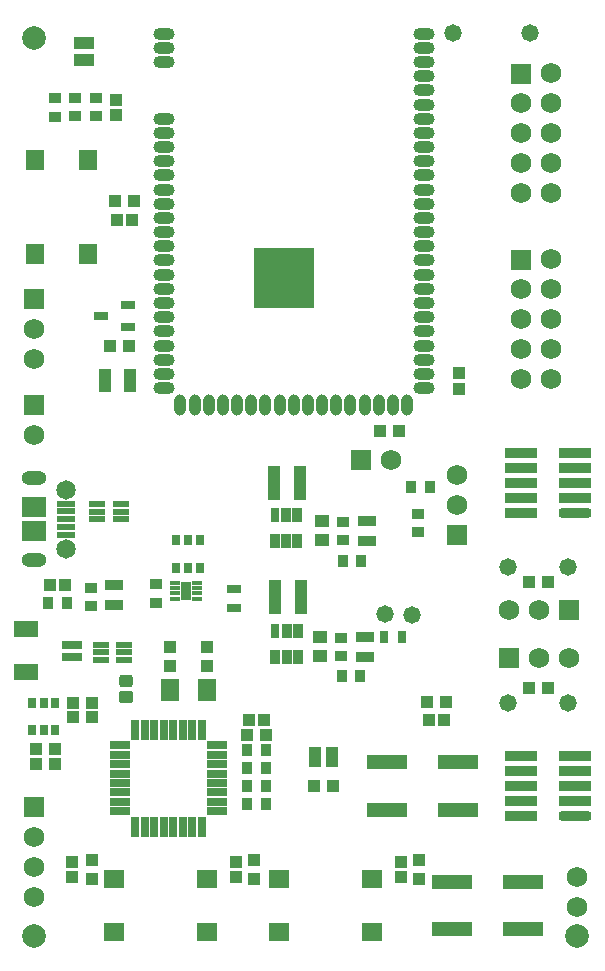
<source format=gts>
G04*
G04 #@! TF.GenerationSoftware,Altium Limited,Altium Designer,20.1.14 (287)*
G04*
G04 Layer_Color=8388736*
%FSLAX44Y44*%
%MOMM*%
G71*
G04*
G04 #@! TF.SameCoordinates,978DA6D5-38BD-4FD5-9912-D6258095FBE2*
G04*
G04*
G04 #@! TF.FilePolarity,Negative*
G04*
G01*
G75*
%ADD58R,1.5032X0.9032*%
%ADD59R,1.5494X0.6096*%
%ADD60R,2.1082X1.7018*%
%ADD61C,2.0000*%
%ADD62R,2.7432X0.8382*%
G04:AMPARAMS|DCode=63|XSize=2.7432mm|YSize=0.8382mm|CornerRadius=0.2604mm|HoleSize=0mm|Usage=FLASHONLY|Rotation=180.000|XOffset=0mm|YOffset=0mm|HoleType=Round|Shape=RoundedRectangle|*
%AMROUNDEDRECTD63*
21,1,2.7432,0.3175,0,0,180.0*
21,1,2.2225,0.8382,0,0,180.0*
1,1,0.5207,-1.1113,0.1588*
1,1,0.5207,1.1113,0.1588*
1,1,0.5207,1.1113,-0.1588*
1,1,0.5207,-1.1113,-0.1588*
%
%ADD63ROUNDEDRECTD63*%
%ADD64R,1.7526X1.4986*%
G04:AMPARAMS|DCode=65|XSize=1.8032mm|YSize=1.0032mm|CornerRadius=0.5016mm|HoleSize=0mm|Usage=FLASHONLY|Rotation=0.000|XOffset=0mm|YOffset=0mm|HoleType=Round|Shape=RoundedRectangle|*
%AMROUNDEDRECTD65*
21,1,1.8032,0.0000,0,0,0.0*
21,1,0.8000,1.0032,0,0,0.0*
1,1,1.0032,0.4000,0.0000*
1,1,1.0032,-0.4000,0.0000*
1,1,1.0032,-0.4000,0.0000*
1,1,1.0032,0.4000,0.0000*
%
%ADD65ROUNDEDRECTD65*%
G04:AMPARAMS|DCode=66|XSize=1.0032mm|YSize=1.8032mm|CornerRadius=0.5016mm|HoleSize=0mm|Usage=FLASHONLY|Rotation=0.000|XOffset=0mm|YOffset=0mm|HoleType=Round|Shape=RoundedRectangle|*
%AMROUNDEDRECTD66*
21,1,1.0032,0.8000,0,0,0.0*
21,1,0.0000,1.8032,0,0,0.0*
1,1,1.0032,0.0000,-0.4000*
1,1,1.0032,0.0000,-0.4000*
1,1,1.0032,0.0000,0.4000*
1,1,1.0032,0.0000,0.4000*
%
%ADD66ROUNDEDRECTD66*%
%ADD67R,5.2032X5.2032*%
%ADD68R,1.0160X1.1176*%
%ADD69R,1.1176X1.0160*%
%ADD70R,1.1032X1.0032*%
%ADD71R,1.1684X1.0668*%
%ADD72R,1.1532X0.7532*%
%ADD73R,0.8532X1.0532*%
%ADD74R,1.0032X1.0032*%
%ADD75R,1.0532X0.8532*%
G04:AMPARAMS|DCode=76|XSize=1.1532mm|YSize=1.0032mm|CornerRadius=0.1816mm|HoleSize=0mm|Usage=FLASHONLY|Rotation=0.000|XOffset=0mm|YOffset=0mm|HoleType=Round|Shape=RoundedRectangle|*
%AMROUNDEDRECTD76*
21,1,1.1532,0.6400,0,0,0.0*
21,1,0.7900,1.0032,0,0,0.0*
1,1,0.3632,0.3950,-0.3200*
1,1,0.3632,-0.3950,-0.3200*
1,1,0.3632,-0.3950,0.3200*
1,1,0.3632,0.3950,0.3200*
%
%ADD76ROUNDEDRECTD76*%
G04:AMPARAMS|DCode=77|XSize=1.1532mm|YSize=1.0032mm|CornerRadius=0.2016mm|HoleSize=0mm|Usage=FLASHONLY|Rotation=0.000|XOffset=0mm|YOffset=0mm|HoleType=Round|Shape=RoundedRectangle|*
%AMROUNDEDRECTD77*
21,1,1.1532,0.6000,0,0,0.0*
21,1,0.7500,1.0032,0,0,0.0*
1,1,0.4032,0.3750,-0.3000*
1,1,0.4032,-0.3750,-0.3000*
1,1,0.4032,-0.3750,0.3000*
1,1,0.4032,0.3750,0.3000*
%
%ADD77ROUNDEDRECTD77*%
%ADD78R,1.7532X0.8032*%
%ADD79R,2.0032X1.4032*%
%ADD80R,1.0032X2.9032*%
%ADD81R,1.2700X0.7620*%
%ADD82R,0.7112X0.9022*%
%ADD83R,1.3716X0.5588*%
%ADD84R,0.9652X1.0160*%
%ADD85R,1.0032X1.0032*%
%ADD86R,1.0160X0.9652*%
%ADD87R,0.6532X1.0532*%
%ADD88R,3.4032X1.2032*%
%ADD89R,1.4986X1.7526*%
%ADD90C,1.4732*%
%ADD91R,1.6764X0.7112*%
%ADD92R,0.7112X1.6764*%
%ADD93R,0.8532X1.2632*%
%ADD94R,0.8032X1.2632*%
%ADD95R,0.8432X1.5732*%
%ADD96R,0.9032X0.4532*%
%ADD97R,1.5240X1.9050*%
%ADD98R,1.0532X0.6532*%
%ADD99C,1.6532*%
%ADD100O,2.1082X1.1942*%
%ADD101R,1.7272X1.7272*%
%ADD102C,1.7272*%
%ADD103R,1.7272X1.7272*%
G36*
X54587Y347985D02*
X54338Y349875D01*
X53608Y351636D01*
X52448Y353148D01*
X50936Y354308D01*
X49175Y355038D01*
X47285Y355286D01*
X45395Y355038D01*
X43634Y354308D01*
X42122Y353148D01*
X40962Y351636D01*
X40232Y349875D01*
X39983Y347985D01*
D01*
X40232Y346095D01*
X40962Y344334D01*
X42122Y342822D01*
X43634Y341662D01*
X45395Y340932D01*
X47285Y340684D01*
X49175Y340932D01*
X50936Y341662D01*
X52448Y342822D01*
X53608Y344334D01*
X54338Y346095D01*
X54587Y347985D01*
D01*
D02*
G37*
G36*
Y397985D02*
X54338Y399875D01*
X53608Y401636D01*
X52448Y403148D01*
X50936Y404308D01*
X49175Y405038D01*
X47285Y405286D01*
X45395Y405038D01*
X43634Y404308D01*
X42122Y403148D01*
X40962Y401636D01*
X40232Y399875D01*
X39983Y397985D01*
D01*
X40232Y396095D01*
X40962Y394334D01*
X42122Y392822D01*
X43634Y391662D01*
X45395Y390932D01*
X47285Y390684D01*
X49175Y390932D01*
X50936Y391662D01*
X52448Y392822D01*
X53608Y394334D01*
X54338Y396095D01*
X54587Y397985D01*
D01*
D02*
G37*
D58*
X88000Y317500D02*
D03*
Y300500D02*
D03*
X301720Y354720D02*
D03*
Y371720D02*
D03*
X299790Y256430D02*
D03*
Y273430D02*
D03*
D59*
X47035Y385985D02*
D03*
Y379485D02*
D03*
Y372985D02*
D03*
Y366485D02*
D03*
Y359985D02*
D03*
D60*
X20285Y382985D02*
D03*
Y362985D02*
D03*
D61*
X20000Y20000D02*
D03*
X480000D02*
D03*
X20000Y780000D02*
D03*
D62*
X431800Y172720D02*
D03*
X477520D02*
D03*
X431800Y160020D02*
D03*
X477520D02*
D03*
X431800Y147320D02*
D03*
X477520D02*
D03*
X431800Y134620D02*
D03*
X477520D02*
D03*
X431800Y121920D02*
D03*
X431800Y378460D02*
D03*
X477520Y391160D02*
D03*
X431800D02*
D03*
X477520Y403860D02*
D03*
X431800D02*
D03*
X477520Y416560D02*
D03*
X431800D02*
D03*
X477520Y429260D02*
D03*
X431800D02*
D03*
D63*
X477520Y121920D02*
D03*
X477520Y378460D02*
D03*
D64*
X166750Y23220D02*
D03*
Y68220D02*
D03*
X87250D02*
D03*
Y23220D02*
D03*
X226950D02*
D03*
Y68220D02*
D03*
X306450D02*
D03*
Y23220D02*
D03*
D65*
X129840Y784000D02*
D03*
Y772000D02*
D03*
Y760000D02*
D03*
X349840Y484000D02*
D03*
Y496000D02*
D03*
Y520000D02*
D03*
Y544000D02*
D03*
Y580000D02*
D03*
Y604000D02*
D03*
Y640000D02*
D03*
Y664000D02*
D03*
Y688000D02*
D03*
Y700000D02*
D03*
Y724000D02*
D03*
Y748000D02*
D03*
Y760000D02*
D03*
Y784000D02*
D03*
Y508000D02*
D03*
Y532000D02*
D03*
Y592000D02*
D03*
Y568000D02*
D03*
Y556000D02*
D03*
Y616000D02*
D03*
Y676000D02*
D03*
Y628000D02*
D03*
Y652000D02*
D03*
Y712000D02*
D03*
Y736000D02*
D03*
Y772000D02*
D03*
X129840Y484000D02*
D03*
Y496000D02*
D03*
Y520000D02*
D03*
Y544000D02*
D03*
Y580000D02*
D03*
Y604000D02*
D03*
Y640000D02*
D03*
Y664000D02*
D03*
Y688000D02*
D03*
Y700000D02*
D03*
Y532000D02*
D03*
Y508000D02*
D03*
Y616000D02*
D03*
Y556000D02*
D03*
Y568000D02*
D03*
Y592000D02*
D03*
Y652000D02*
D03*
Y628000D02*
D03*
Y676000D02*
D03*
Y712000D02*
D03*
D66*
X143840Y470000D02*
D03*
X155840D02*
D03*
X179840D02*
D03*
X203840D02*
D03*
X239840D02*
D03*
X263840D02*
D03*
X299840D02*
D03*
X323840D02*
D03*
X191840D02*
D03*
X167840D02*
D03*
X227840D02*
D03*
X215840D02*
D03*
X251840D02*
D03*
X275840D02*
D03*
X335840D02*
D03*
X311840D02*
D03*
X287840D02*
D03*
D67*
X231840Y577000D02*
D03*
D68*
X46180Y317500D02*
D03*
X33226D02*
D03*
X354013Y203090D02*
D03*
X366967D02*
D03*
X89894Y626512D02*
D03*
X102848D02*
D03*
X201803Y203200D02*
D03*
X214757D02*
D03*
D69*
X89640Y728194D02*
D03*
Y715240D02*
D03*
X380000Y483523D02*
D03*
Y496477D02*
D03*
X330200Y82677D02*
D03*
Y69723D02*
D03*
X190500Y82677D02*
D03*
Y69723D02*
D03*
X52007Y69706D02*
D03*
Y82660D02*
D03*
D70*
X166186Y264612D02*
D03*
Y248612D02*
D03*
X135122Y264838D02*
D03*
Y248838D02*
D03*
D71*
X262290Y272931D02*
D03*
Y256929D02*
D03*
X263620Y371221D02*
D03*
Y355219D02*
D03*
D72*
X189000Y314000D02*
D03*
Y298000D02*
D03*
D73*
X57750Y761750D02*
D03*
Y776250D02*
D03*
X66250D02*
D03*
Y761750D02*
D03*
D74*
X256750Y147000D02*
D03*
X273250D02*
D03*
X345440Y68200D02*
D03*
Y84200D02*
D03*
X205740Y68200D02*
D03*
Y84200D02*
D03*
X68580Y84200D02*
D03*
Y68200D02*
D03*
D75*
X257750Y176250D02*
D03*
X272250D02*
D03*
Y167750D02*
D03*
X257750D02*
D03*
D76*
X98000Y222250D02*
D03*
D77*
Y235750D02*
D03*
D78*
X52070Y266620D02*
D03*
Y256620D02*
D03*
D79*
X13320Y279620D02*
D03*
Y243620D02*
D03*
D80*
X224000Y307000D02*
D03*
X246000D02*
D03*
X223000Y404000D02*
D03*
X245000D02*
D03*
D81*
X76570Y545000D02*
D03*
X99430Y554525D02*
D03*
Y535475D02*
D03*
D82*
X17840Y194110D02*
D03*
Y217370D02*
D03*
X38040D02*
D03*
Y194110D02*
D03*
X27940D02*
D03*
Y217370D02*
D03*
X150380Y355220D02*
D03*
Y331960D02*
D03*
X160480D02*
D03*
Y355220D02*
D03*
X140280D02*
D03*
Y331960D02*
D03*
D83*
X73614Y385950D02*
D03*
Y379450D02*
D03*
Y372950D02*
D03*
X93172D02*
D03*
Y379450D02*
D03*
Y385950D02*
D03*
X95849Y266720D02*
D03*
Y260220D02*
D03*
Y253720D02*
D03*
X76291D02*
D03*
Y260220D02*
D03*
Y266720D02*
D03*
D84*
X47620Y302087D02*
D03*
X32126D02*
D03*
X354747Y400000D02*
D03*
X339253D02*
D03*
X200533Y132080D02*
D03*
X216027D02*
D03*
Y147320D02*
D03*
X200533D02*
D03*
X216027Y162560D02*
D03*
X200533D02*
D03*
X200406Y177800D02*
D03*
X215900D02*
D03*
X280253Y240000D02*
D03*
X295747D02*
D03*
X281146Y337820D02*
D03*
X296640D02*
D03*
D85*
X368490Y218090D02*
D03*
X352490D02*
D03*
X439099Y319751D02*
D03*
X455099D02*
D03*
X104371Y642362D02*
D03*
X88371D02*
D03*
X313000Y448000D02*
D03*
X329000D02*
D03*
X84000Y520000D02*
D03*
X100000D02*
D03*
X200280Y190500D02*
D03*
X216280D02*
D03*
X38000Y178000D02*
D03*
X22000D02*
D03*
X68960Y217306D02*
D03*
X52960D02*
D03*
Y205059D02*
D03*
X68960D02*
D03*
X38000Y165924D02*
D03*
X22000D02*
D03*
X439099Y229755D02*
D03*
X455099D02*
D03*
D86*
X72196Y729464D02*
D03*
Y713970D02*
D03*
X37350Y713666D02*
D03*
Y729160D02*
D03*
X54756Y729464D02*
D03*
Y713970D02*
D03*
X279790Y272677D02*
D03*
Y257183D02*
D03*
X123000Y302253D02*
D03*
Y317747D02*
D03*
X345000Y362253D02*
D03*
Y377747D02*
D03*
X281400Y370967D02*
D03*
Y355473D02*
D03*
X68040Y315087D02*
D03*
Y299593D02*
D03*
D87*
X331505Y273185D02*
D03*
X316505D02*
D03*
D88*
X379000Y167000D02*
D03*
Y127000D02*
D03*
X319000D02*
D03*
Y167000D02*
D03*
X373860Y25720D02*
D03*
Y65720D02*
D03*
X433860D02*
D03*
Y25720D02*
D03*
D89*
X65500Y676750D02*
D03*
X20500D02*
D03*
Y597250D02*
D03*
X65500D02*
D03*
D90*
X375000Y785000D02*
D03*
X440000D02*
D03*
X317000Y293000D02*
D03*
X472240Y332831D02*
D03*
X420925D02*
D03*
X340000Y292000D02*
D03*
X420950Y216960D02*
D03*
X472258D02*
D03*
D91*
X174958Y181550D02*
D03*
Y173550D02*
D03*
Y165550D02*
D03*
Y157550D02*
D03*
Y149550D02*
D03*
Y141550D02*
D03*
Y133550D02*
D03*
Y125550D02*
D03*
X92662D02*
D03*
Y133550D02*
D03*
Y141550D02*
D03*
Y149550D02*
D03*
Y157550D02*
D03*
Y165550D02*
D03*
Y173550D02*
D03*
Y181550D02*
D03*
D92*
X161810Y112402D02*
D03*
X153810D02*
D03*
X145810D02*
D03*
X137810D02*
D03*
X129810D02*
D03*
X121810D02*
D03*
X113810D02*
D03*
X105810D02*
D03*
Y194698D02*
D03*
X113810D02*
D03*
X121810D02*
D03*
X129810D02*
D03*
X137810D02*
D03*
X145810D02*
D03*
X153810D02*
D03*
X161810D02*
D03*
D93*
X224180Y256540D02*
D03*
X243180D02*
D03*
Y278540D02*
D03*
X233680D02*
D03*
Y256540D02*
D03*
X223640Y354760D02*
D03*
X242640D02*
D03*
Y376760D02*
D03*
X233140D02*
D03*
Y354760D02*
D03*
D94*
X224180Y278540D02*
D03*
X223640Y376760D02*
D03*
D95*
X148690Y312330D02*
D03*
D96*
X139440Y314580D02*
D03*
Y319080D02*
D03*
Y310080D02*
D03*
Y305580D02*
D03*
X157940D02*
D03*
Y310080D02*
D03*
Y314580D02*
D03*
Y319080D02*
D03*
D97*
X166310Y228550D02*
D03*
X135322D02*
D03*
D98*
X80380Y496872D02*
D03*
Y490372D02*
D03*
Y483872D02*
D03*
X101380Y496872D02*
D03*
Y490372D02*
D03*
Y483872D02*
D03*
D99*
X47285Y397985D02*
D03*
Y347985D02*
D03*
D100*
X20285Y337985D02*
D03*
Y407985D02*
D03*
D101*
X378000Y359600D02*
D03*
X432173Y592792D02*
D03*
Y750292D02*
D03*
X20254Y129492D02*
D03*
Y469492D02*
D03*
Y559402D02*
D03*
D102*
X378000Y385000D02*
D03*
Y410400D02*
D03*
X432427Y517100D02*
D03*
Y491700D02*
D03*
X457827D02*
D03*
Y517100D02*
D03*
Y542500D02*
D03*
X432427D02*
D03*
X457827Y567900D02*
D03*
X432427D02*
D03*
X457827Y593300D02*
D03*
Y750800D02*
D03*
X432427Y725400D02*
D03*
X457827D02*
D03*
X432427Y700000D02*
D03*
X457827D02*
D03*
Y674600D02*
D03*
Y649200D02*
D03*
X432427D02*
D03*
Y674600D02*
D03*
X20254Y53292D02*
D03*
Y78692D02*
D03*
Y104092D02*
D03*
Y444092D02*
D03*
X421699Y295795D02*
D03*
X447099D02*
D03*
X322400Y423000D02*
D03*
X20254Y508602D02*
D03*
Y534002D02*
D03*
X447099Y255155D02*
D03*
X472499D02*
D03*
X480000Y45000D02*
D03*
Y70000D02*
D03*
D103*
X472499Y295795D02*
D03*
X297000Y423000D02*
D03*
X421699Y255155D02*
D03*
M02*

</source>
